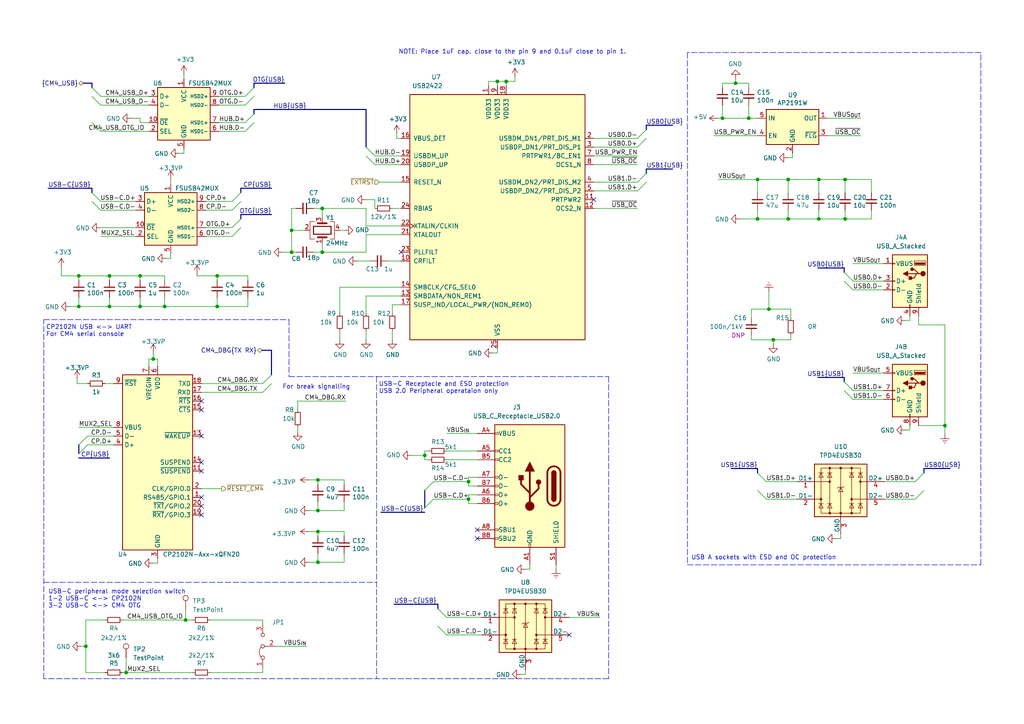
<source format=kicad_sch>
(kicad_sch (version 20210621) (generator eeschema)
  (paper "A4")
  (title_block (title "USB 2.0 host/USB 2.0 device") (date "2021-01-12") (rev "0.1") (company "Nabu Casa") (comment 1 "www.nabucasa.com") (comment 2 "Amber"))
  (bus_alias "USB" (members "D+" "D-"))
  (bus_alias "CM4_USB" (members "CM4_USB_D+" "CM4_USB_D-" "CM4_USB_OTG_ID"))
  (bus_alias "I2C" (members "SDA" "SCL"))
  (junction (at 22.86 80.01) (diameter 0.9144))
  (junction (at 22.86 88.9) (diameter 0.9144))
  (junction (at 24.892 187.452) (diameter 0.9144))
  (junction (at 31.75 80.01) (diameter 0.9144))
  (junction (at 31.75 88.9) (diameter 0.9144))
  (junction (at 36.576 195.072) (diameter 0.9144))
  (junction (at 40.64 80.01) (diameter 0.9144))
  (junction (at 40.64 88.9) (diameter 0.9144))
  (junction (at 44.45 104.14) (diameter 0.9144))
  (junction (at 47.752 88.9) (diameter 0.9144))
  (junction (at 53.848 179.832) (diameter 0.9144))
  (junction (at 62.992 80.01) (diameter 0.9144))
  (junction (at 62.992 88.9) (diameter 0.9144))
  (junction (at 84.582 66.802) (diameter 0.9144))
  (junction (at 84.582 73.152) (diameter 0.9144))
  (junction (at 92.202 139.192) (diameter 0.9144))
  (junction (at 92.202 148.082) (diameter 0.9144))
  (junction (at 92.202 154.178) (diameter 0.9144))
  (junction (at 92.202 163.068) (diameter 0.9144))
  (junction (at 93.472 60.452) (diameter 0.9144))
  (junction (at 93.472 73.152) (diameter 0.9144))
  (junction (at 123.19 132.08) (diameter 0.9144))
  (junction (at 135.89 139.7) (diameter 0.9144))
  (junction (at 135.89 144.78) (diameter 0.9144))
  (junction (at 144.272 23.622) (diameter 0.9144))
  (junction (at 146.812 23.622) (diameter 0.9144))
  (junction (at 209.55 34.29) (diameter 0.9144))
  (junction (at 213.36 24.13) (diameter 0.9144))
  (junction (at 217.17 34.29) (diameter 0.9144))
  (junction (at 219.71 52.07) (diameter 0.9144))
  (junction (at 219.71 63.5) (diameter 0.9144))
  (junction (at 223.012 89.662) (diameter 0.9144))
  (junction (at 224.282 98.552) (diameter 0.9144))
  (junction (at 228.6 52.07) (diameter 0.9144))
  (junction (at 228.6 63.5) (diameter 0.9144))
  (junction (at 237.49 52.07) (diameter 0.9144))
  (junction (at 237.49 63.5) (diameter 0.9144))
  (junction (at 245.11 52.07) (diameter 0.9144))
  (junction (at 245.11 63.5) (diameter 0.9144))
  (junction (at 274.066 123.444) (diameter 0.9144))
  (no_connect (at 58.42 116.332))
  (no_connect (at 58.42 118.872))
  (no_connect (at 58.42 126.492))
  (no_connect (at 58.42 134.112))
  (no_connect (at 58.42 136.652))
  (no_connect (at 58.42 144.272))
  (no_connect (at 58.42 146.812))
  (no_connect (at 58.42 149.352))
  (no_connect (at 116.332 73.152))
  (no_connect (at 138.43 153.67))
  (no_connect (at 138.43 156.21))
  (no_connect (at 165.1 184.15))
  (no_connect (at 172.212 57.912))
  (bus_entry (at 22.86 129.032) (size 2.54 -2.54) (stroke (width 0.1524)))
  (bus_entry (at 22.86 131.572) (size 2.54 -2.54) (stroke (width 0.1524)))
  (bus_entry (at 26.67 25.4) (size 2.54 2.54) (stroke (width 0.1524)))
  (bus_entry (at 26.67 27.94) (size 2.54 2.54) (stroke (width 0.1524)))
  (bus_entry (at 26.67 35.56) (size 2.54 2.54) (stroke (width 0.1524)))
  (bus_entry (at 26.67 55.88) (size 2.54 2.54) (stroke (width 0.1524)))
  (bus_entry (at 26.67 58.42) (size 2.54 2.54) (stroke (width 0.1524)))
  (bus_entry (at 69.85 55.88) (size -2.54 2.54) (stroke (width 0.1524)))
  (bus_entry (at 69.85 58.42) (size -2.54 2.54) (stroke (width 0.1524)))
  (bus_entry (at 69.85 63.5) (size -2.54 2.54) (stroke (width 0.1524)))
  (bus_entry (at 69.85 66.04) (size -2.54 2.54) (stroke (width 0.1524)))
  (bus_entry (at 73.66 25.4) (size -2.54 2.54) (stroke (width 0.1524)))
  (bus_entry (at 73.66 27.94) (size -2.54 2.54) (stroke (width 0.1524)))
  (bus_entry (at 73.66 33.02) (size -2.54 2.54) (stroke (width 0.1524)))
  (bus_entry (at 73.66 35.56) (size -2.54 2.54) (stroke (width 0.1524)))
  (bus_entry (at 76.2 111.252) (size 2.54 -2.54) (stroke (width 0.1524)))
  (bus_entry (at 76.2 113.792) (size 2.54 -2.54) (stroke (width 0.1524)))
  (bus_entry (at 106.172 42.672) (size 2.54 2.54) (stroke (width 0.1524)))
  (bus_entry (at 106.172 45.212) (size 2.54 2.54) (stroke (width 0.1524)))
  (bus_entry (at 123.19 142.24) (size 2.54 -2.54) (stroke (width 0.1524)))
  (bus_entry (at 123.19 147.32) (size 2.54 -2.54) (stroke (width 0.1524)))
  (bus_entry (at 127 176.53) (size 2.54 2.54) (stroke (width 0.1524)))
  (bus_entry (at 127 181.61) (size 2.54 2.54) (stroke (width 0.1524)))
  (bus_entry (at 184.912 40.132) (size 2.54 -2.54) (stroke (width 0.1524)))
  (bus_entry (at 184.912 42.672) (size 2.54 -2.54) (stroke (width 0.1524)))
  (bus_entry (at 184.912 52.832) (size 2.54 -2.54) (stroke (width 0.1524)))
  (bus_entry (at 184.912 55.372) (size 2.54 -2.54) (stroke (width 0.1524)))
  (bus_entry (at 222.25 139.7) (size -2.54 -2.54) (stroke (width 0.1524)))
  (bus_entry (at 222.25 144.78) (size -2.54 -2.54) (stroke (width 0.1524)))
  (bus_entry (at 247.396 81.534) (size -2.54 -2.54) (stroke (width 0.1524)))
  (bus_entry (at 247.396 84.074) (size -2.54 -2.54) (stroke (width 0.1524)))
  (bus_entry (at 247.396 113.284) (size -2.54 -2.54) (stroke (width 0.1524)))
  (bus_entry (at 247.396 115.824) (size -2.54 -2.54) (stroke (width 0.1524)))
  (bus_entry (at 265.43 139.7) (size 2.54 -2.54) (stroke (width 0.1524)))
  (bus_entry (at 265.43 144.78) (size 2.54 -2.54) (stroke (width 0.1524)))
  (wire (pts (xy 17.78 80.01) (xy 17.78 77.47)))
  (wire (pts (xy 17.78 80.01) (xy 22.86 80.01)))
  (wire (pts (xy 20.32 88.9) (xy 22.86 88.9)))
  (wire (pts (xy 22.352 111.252) (xy 22.352 109.982)))
  (wire (pts (xy 22.86 80.01) (xy 22.86 81.28)))
  (wire (pts (xy 22.86 80.01) (xy 31.75 80.01)))
  (wire (pts (xy 22.86 86.36) (xy 22.86 88.9)))
  (wire (pts (xy 22.86 88.9) (xy 31.75 88.9)))
  (wire (pts (xy 22.86 123.952) (xy 33.02 123.952)))
  (wire (pts (xy 23.622 187.452) (xy 24.892 187.452)))
  (wire (pts (xy 24.892 179.832) (xy 30.48 179.832)))
  (wire (pts (xy 24.892 187.452) (xy 24.892 179.832)))
  (wire (pts (xy 24.892 195.072) (xy 24.892 187.452)))
  (wire (pts (xy 25.4 111.252) (xy 22.352 111.252)))
  (wire (pts (xy 29.21 27.94) (xy 43.18 27.94)))
  (wire (pts (xy 29.21 30.48) (xy 43.18 30.48)))
  (wire (pts (xy 29.21 38.1) (xy 43.18 38.1)))
  (wire (pts (xy 29.21 66.04) (xy 39.37 66.04)))
  (wire (pts (xy 29.21 68.58) (xy 39.37 68.58)))
  (wire (pts (xy 30.48 111.252) (xy 33.02 111.252)))
  (wire (pts (xy 30.48 195.072) (xy 24.892 195.072)))
  (wire (pts (xy 31.75 80.01) (xy 31.75 81.28)))
  (wire (pts (xy 31.75 86.36) (xy 31.75 88.9)))
  (wire (pts (xy 31.75 88.9) (xy 40.64 88.9)))
  (wire (pts (xy 33.02 126.492) (xy 25.4 126.492)))
  (wire (pts (xy 33.02 129.032) (xy 25.4 129.032)))
  (wire (pts (xy 35.56 179.832) (xy 53.848 179.832)))
  (wire (pts (xy 35.56 195.072) (xy 36.576 195.072)))
  (wire (pts (xy 36.576 190.754) (xy 36.576 195.072)))
  (wire (pts (xy 36.576 195.072) (xy 55.88 195.072)))
  (wire (pts (xy 39.37 58.42) (xy 29.21 58.42)))
  (wire (pts (xy 39.37 60.96) (xy 29.21 60.96)))
  (wire (pts (xy 40.64 34.29) (xy 38.1 34.29)))
  (wire (pts (xy 40.64 35.56) (xy 40.64 34.29)))
  (wire (pts (xy 40.64 80.01) (xy 31.75 80.01)))
  (wire (pts (xy 40.64 80.01) (xy 40.64 81.28)))
  (wire (pts (xy 40.64 86.36) (xy 40.64 88.9)))
  (wire (pts (xy 40.64 88.9) (xy 47.752 88.9)))
  (wire (pts (xy 43.18 35.56) (xy 40.64 35.56)))
  (wire (pts (xy 43.18 104.14) (xy 44.45 104.14)))
  (wire (pts (xy 43.18 106.172) (xy 43.18 104.14)))
  (wire (pts (xy 44.45 102.362) (xy 44.45 104.14)))
  (wire (pts (xy 44.45 163.322) (xy 45.72 163.322)))
  (wire (pts (xy 45.72 104.14) (xy 44.45 104.14)))
  (wire (pts (xy 45.72 106.172) (xy 45.72 104.14)))
  (wire (pts (xy 45.72 163.322) (xy 45.72 162.052)))
  (wire (pts (xy 47.752 80.01) (xy 40.64 80.01)))
  (wire (pts (xy 47.752 81.28) (xy 47.752 80.01)))
  (wire (pts (xy 47.752 86.36) (xy 47.752 88.9)))
  (wire (pts (xy 47.752 88.9) (xy 62.992 88.9)))
  (wire (pts (xy 48.26 74.93) (xy 49.53 74.93)))
  (wire (pts (xy 49.53 52.07) (xy 49.53 53.34)))
  (wire (pts (xy 49.53 74.93) (xy 49.53 73.66)))
  (wire (pts (xy 52.07 44.45) (xy 53.34 44.45)))
  (wire (pts (xy 53.34 21.59) (xy 53.34 22.86)))
  (wire (pts (xy 53.34 44.45) (xy 53.34 43.18)))
  (wire (pts (xy 53.848 176.784) (xy 53.848 179.832)))
  (wire (pts (xy 53.848 179.832) (xy 55.88 179.832)))
  (wire (pts (xy 57.15 79.502) (xy 57.15 80.01)))
  (wire (pts (xy 57.15 80.01) (xy 62.992 80.01)))
  (wire (pts (xy 58.42 111.252) (xy 76.2 111.252)))
  (wire (pts (xy 58.42 113.792) (xy 76.2 113.792)))
  (wire (pts (xy 58.42 141.732) (xy 64.262 141.732)))
  (wire (pts (xy 59.69 58.42) (xy 67.31 58.42)))
  (wire (pts (xy 59.69 60.96) (xy 67.31 60.96)))
  (wire (pts (xy 59.69 66.04) (xy 67.31 66.04)))
  (wire (pts (xy 59.69 68.58) (xy 67.31 68.58)))
  (wire (pts (xy 60.96 195.072) (xy 76.2 195.072)))
  (wire (pts (xy 62.992 80.01) (xy 62.992 81.28)))
  (wire (pts (xy 62.992 80.01) (xy 71.882 80.01)))
  (wire (pts (xy 62.992 86.36) (xy 62.992 88.9)))
  (wire (pts (xy 62.992 88.9) (xy 71.882 88.9)))
  (wire (pts (xy 63.5 27.94) (xy 71.12 27.94)))
  (wire (pts (xy 63.5 30.48) (xy 71.12 30.48)))
  (wire (pts (xy 63.5 35.56) (xy 71.12 35.56)))
  (wire (pts (xy 63.5 38.1) (xy 71.12 38.1)))
  (wire (pts (xy 71.882 80.01) (xy 71.882 81.28)))
  (wire (pts (xy 71.882 88.9) (xy 71.882 86.36)))
  (wire (pts (xy 76.2 179.832) (xy 60.96 179.832)))
  (wire (pts (xy 76.2 181.102) (xy 76.2 179.832)))
  (wire (pts (xy 76.2 195.072) (xy 76.2 193.802)))
  (wire (pts (xy 82.042 73.152) (xy 84.582 73.152)))
  (wire (pts (xy 84.582 60.452) (xy 84.582 66.802)))
  (wire (pts (xy 84.582 66.802) (xy 84.582 73.152)))
  (wire (pts (xy 84.582 66.802) (xy 88.392 66.802)))
  (wire (pts (xy 84.582 73.152) (xy 85.852 73.152)))
  (wire (pts (xy 85.852 60.452) (xy 84.582 60.452)))
  (wire (pts (xy 86.36 116.332) (xy 86.36 118.872)))
  (wire (pts (xy 86.36 116.332) (xy 100.33 116.332)))
  (wire (pts (xy 86.36 123.952) (xy 86.36 125.222)))
  (wire (pts (xy 88.9 187.452) (xy 80.01 187.452)))
  (wire (pts (xy 89.662 139.192) (xy 92.202 139.192)))
  (wire (pts (xy 89.662 148.082) (xy 92.202 148.082)))
  (wire (pts (xy 89.662 154.178) (xy 92.202 154.178)))
  (wire (pts (xy 89.662 163.068) (xy 92.202 163.068)))
  (wire (pts (xy 90.932 60.452) (xy 93.472 60.452)))
  (wire (pts (xy 90.932 73.152) (xy 93.472 73.152)))
  (wire (pts (xy 92.202 139.192) (xy 92.202 140.462)))
  (wire (pts (xy 92.202 145.542) (xy 92.202 148.082)))
  (wire (pts (xy 92.202 148.082) (xy 99.822 148.082)))
  (wire (pts (xy 92.202 154.178) (xy 92.202 155.448)))
  (wire (pts (xy 92.202 160.528) (xy 92.202 163.068)))
  (wire (pts (xy 92.202 163.068) (xy 99.822 163.068)))
  (wire (pts (xy 93.472 60.452) (xy 93.472 62.992)))
  (wire (pts (xy 93.472 60.452) (xy 106.172 60.452)))
  (wire (pts (xy 93.472 70.612) (xy 93.472 73.152)))
  (wire (pts (xy 93.472 73.152) (xy 106.172 73.152)))
  (wire (pts (xy 98.552 66.802) (xy 99.822 66.802)))
  (wire (pts (xy 98.552 83.312) (xy 98.552 90.932)))
  (wire (pts (xy 98.552 96.012) (xy 98.552 98.552)))
  (wire (pts (xy 99.822 139.192) (xy 92.202 139.192)))
  (wire (pts (xy 99.822 140.462) (xy 99.822 139.192)))
  (wire (pts (xy 99.822 145.542) (xy 99.822 148.082)))
  (wire (pts (xy 99.822 154.178) (xy 92.202 154.178)))
  (wire (pts (xy 99.822 155.448) (xy 99.822 154.178)))
  (wire (pts (xy 99.822 160.528) (xy 99.822 163.068)))
  (wire (pts (xy 103.632 75.692) (xy 107.442 75.692)))
  (wire (pts (xy 106.172 65.532) (xy 106.172 60.452)))
  (wire (pts (xy 106.172 68.072) (xy 106.172 73.152)))
  (wire (pts (xy 106.172 85.852) (xy 106.172 90.932)))
  (wire (pts (xy 106.172 85.852) (xy 116.332 85.852)))
  (wire (pts (xy 106.172 96.012) (xy 106.172 98.552)))
  (wire (pts (xy 108.712 45.212) (xy 116.332 45.212)))
  (wire (pts (xy 108.712 47.752) (xy 116.332 47.752)))
  (wire (pts (xy 108.712 57.912) (xy 106.172 57.912)))
  (wire (pts (xy 108.712 60.452) (xy 108.712 57.912)))
  (wire (pts (xy 109.982 52.832) (xy 116.332 52.832)))
  (wire (pts (xy 112.522 75.692) (xy 116.332 75.692)))
  (wire (pts (xy 113.792 60.452) (xy 116.332 60.452)))
  (wire (pts (xy 113.792 88.392) (xy 113.792 90.932)))
  (wire (pts (xy 113.792 96.012) (xy 113.792 98.552)))
  (wire (pts (xy 115.062 38.862) (xy 115.062 40.132)))
  (wire (pts (xy 116.332 40.132) (xy 115.062 40.132)))
  (wire (pts (xy 116.332 65.532) (xy 106.172 65.532)))
  (wire (pts (xy 116.332 68.072) (xy 106.172 68.072)))
  (wire (pts (xy 116.332 83.312) (xy 98.552 83.312)))
  (wire (pts (xy 116.332 88.392) (xy 113.792 88.392)))
  (wire (pts (xy 119.38 132.08) (xy 123.19 132.08)))
  (wire (pts (xy 123.19 130.81) (xy 123.19 132.08)))
  (wire (pts (xy 123.19 132.08) (xy 123.19 133.35)))
  (wire (pts (xy 123.19 133.35) (xy 124.46 133.35)))
  (wire (pts (xy 124.46 130.81) (xy 123.19 130.81)))
  (wire (pts (xy 125.73 139.7) (xy 135.89 139.7)))
  (wire (pts (xy 125.73 144.78) (xy 135.89 144.78)))
  (wire (pts (xy 129.54 125.73) (xy 138.43 125.73)))
  (wire (pts (xy 129.54 130.81) (xy 138.43 130.81)))
  (wire (pts (xy 129.54 133.35) (xy 138.43 133.35)))
  (wire (pts (xy 129.54 179.07) (xy 139.7 179.07)))
  (wire (pts (xy 129.54 184.15) (xy 139.7 184.15)))
  (wire (pts (xy 135.89 139.7) (xy 135.89 138.43)))
  (wire (pts (xy 135.89 140.97) (xy 135.89 139.7)))
  (wire (pts (xy 135.89 140.97) (xy 138.43 140.97)))
  (wire (pts (xy 135.89 144.78) (xy 135.89 143.51)))
  (wire (pts (xy 135.89 146.05) (xy 135.89 144.78)))
  (wire (pts (xy 135.89 146.05) (xy 138.43 146.05)))
  (wire (pts (xy 138.43 138.43) (xy 135.89 138.43)))
  (wire (pts (xy 138.43 143.51) (xy 135.89 143.51)))
  (wire (pts (xy 141.732 23.622) (xy 144.272 23.622)))
  (wire (pts (xy 141.732 24.892) (xy 141.732 23.622)))
  (wire (pts (xy 143.002 102.362) (xy 144.272 102.362)))
  (wire (pts (xy 144.272 23.622) (xy 144.272 24.892)))
  (wire (pts (xy 144.272 23.622) (xy 146.812 23.622)))
  (wire (pts (xy 144.272 102.362) (xy 144.272 101.092)))
  (wire (pts (xy 146.812 23.622) (xy 146.812 24.892)))
  (wire (pts (xy 146.812 23.622) (xy 149.352 23.622)))
  (wire (pts (xy 149.352 22.352) (xy 149.352 23.622)))
  (wire (pts (xy 151.13 195.58) (xy 152.4 195.58)))
  (wire (pts (xy 152.4 165.1) (xy 153.67 165.1)))
  (wire (pts (xy 152.4 195.58) (xy 152.4 194.31)))
  (wire (pts (xy 153.67 165.1) (xy 153.67 163.83)))
  (wire (pts (xy 161.29 163.83) (xy 161.29 165.1)))
  (wire (pts (xy 172.212 40.132) (xy 184.912 40.132)))
  (wire (pts (xy 172.212 42.672) (xy 184.912 42.672)))
  (wire (pts (xy 172.212 45.212) (xy 184.912 45.212)))
  (wire (pts (xy 172.212 47.752) (xy 184.912 47.752)))
  (wire (pts (xy 172.212 52.832) (xy 184.912 52.832)))
  (wire (pts (xy 172.212 55.372) (xy 184.912 55.372)))
  (wire (pts (xy 172.212 60.452) (xy 184.912 60.452)))
  (wire (pts (xy 173.99 179.07) (xy 165.1 179.07)))
  (wire (pts (xy 208.28 34.29) (xy 209.55 34.29)))
  (wire (pts (xy 208.28 52.07) (xy 219.71 52.07)))
  (wire (pts (xy 209.55 24.13) (xy 209.55 25.4)))
  (wire (pts (xy 209.55 30.48) (xy 209.55 34.29)))
  (wire (pts (xy 209.55 34.29) (xy 217.17 34.29)))
  (wire (pts (xy 213.36 22.86) (xy 213.36 24.13)))
  (wire (pts (xy 213.36 24.13) (xy 209.55 24.13)))
  (wire (pts (xy 214.63 63.5) (xy 219.71 63.5)))
  (wire (pts (xy 217.17 24.13) (xy 213.36 24.13)))
  (wire (pts (xy 217.17 25.4) (xy 217.17 24.13)))
  (wire (pts (xy 217.17 30.48) (xy 217.17 34.29)))
  (wire (pts (xy 217.17 34.29) (xy 219.71 34.29)))
  (wire (pts (xy 217.932 89.662) (xy 217.932 92.202)))
  (wire (pts (xy 217.932 97.282) (xy 217.932 98.552)))
  (wire (pts (xy 217.932 98.552) (xy 224.282 98.552)))
  (wire (pts (xy 219.71 39.37) (xy 207.01 39.37)))
  (wire (pts (xy 219.71 52.07) (xy 219.71 55.88)))
  (wire (pts (xy 219.71 52.07) (xy 228.6 52.07)))
  (wire (pts (xy 219.71 60.96) (xy 219.71 63.5)))
  (wire (pts (xy 219.71 63.5) (xy 228.6 63.5)))
  (wire (pts (xy 222.25 139.7) (xy 231.14 139.7)))
  (wire (pts (xy 222.25 144.78) (xy 231.14 144.78)))
  (wire (pts (xy 223.012 84.582) (xy 223.012 89.662)))
  (wire (pts (xy 223.012 89.662) (xy 217.932 89.662)))
  (wire (pts (xy 224.282 98.552) (xy 224.282 99.822)))
  (wire (pts (xy 224.282 98.552) (xy 229.362 98.552)))
  (wire (pts (xy 228.6 45.72) (xy 229.87 45.72)))
  (wire (pts (xy 228.6 52.07) (xy 228.6 55.88)))
  (wire (pts (xy 228.6 52.07) (xy 237.49 52.07)))
  (wire (pts (xy 228.6 60.96) (xy 228.6 63.5)))
  (wire (pts (xy 228.6 63.5) (xy 237.49 63.5)))
  (wire (pts (xy 229.362 89.662) (xy 223.012 89.662)))
  (wire (pts (xy 229.362 92.202) (xy 229.362 89.662)))
  (wire (pts (xy 229.362 98.552) (xy 229.362 97.282)))
  (wire (pts (xy 229.87 45.72) (xy 229.87 44.45)))
  (wire (pts (xy 237.49 52.07) (xy 237.49 55.88)))
  (wire (pts (xy 237.49 52.07) (xy 245.11 52.07)))
  (wire (pts (xy 237.49 60.96) (xy 237.49 63.5)))
  (wire (pts (xy 237.49 63.5) (xy 245.11 63.5)))
  (wire (pts (xy 240.03 34.29) (xy 249.682 34.29)))
  (wire (pts (xy 240.03 39.37) (xy 249.682 39.37)))
  (wire (pts (xy 242.57 156.21) (xy 243.84 156.21)))
  (wire (pts (xy 243.84 156.21) (xy 243.84 154.94)))
  (wire (pts (xy 245.11 52.07) (xy 245.11 55.88)))
  (wire (pts (xy 245.11 60.96) (xy 245.11 63.5)))
  (wire (pts (xy 245.11 63.5) (xy 252.73 63.5)))
  (wire (pts (xy 247.396 76.454) (xy 256.286 76.454)))
  (wire (pts (xy 247.396 81.534) (xy 256.286 81.534)))
  (wire (pts (xy 247.396 84.074) (xy 256.286 84.074)))
  (wire (pts (xy 247.396 108.204) (xy 256.286 108.204)))
  (wire (pts (xy 247.396 113.284) (xy 256.286 113.284)))
  (wire (pts (xy 247.396 115.824) (xy 256.286 115.824)))
  (wire (pts (xy 252.73 52.07) (xy 245.11 52.07)))
  (wire (pts (xy 252.73 55.88) (xy 252.73 52.07)))
  (wire (pts (xy 252.73 63.5) (xy 252.73 60.96)))
  (wire (pts (xy 262.636 92.964) (xy 263.906 92.964)))
  (wire (pts (xy 262.636 124.714) (xy 263.906 124.714)))
  (wire (pts (xy 263.906 92.964) (xy 263.906 91.694)))
  (wire (pts (xy 263.906 124.714) (xy 263.906 123.444)))
  (wire (pts (xy 265.43 139.7) (xy 256.54 139.7)))
  (wire (pts (xy 265.43 144.78) (xy 256.54 144.78)))
  (wire (pts (xy 266.446 91.694) (xy 266.446 94.234)))
  (wire (pts (xy 266.446 94.234) (xy 274.066 94.234)))
  (wire (pts (xy 266.446 123.444) (xy 274.066 123.444)))
  (wire (pts (xy 274.066 94.234) (xy 274.066 123.444)))
  (wire (pts (xy 274.066 123.444) (xy 274.066 125.984)))
  (bus (pts (xy 22.86 129.032) (xy 22.86 132.842)))
  (bus (pts (xy 22.86 132.842) (xy 31.75 132.842)))
  (bus (pts (xy 24.13 24.13) (xy 26.67 24.13)))
  (bus (pts (xy 26.67 24.13) (xy 26.67 35.56)))
  (bus (pts (xy 26.67 54.61) (xy 13.97 54.61)))
  (bus (pts (xy 26.67 54.61) (xy 26.67 58.42)))
  (bus (pts (xy 69.85 54.61) (xy 69.85 58.42)))
  (bus (pts (xy 69.85 54.61) (xy 78.74 54.61)))
  (bus (pts (xy 69.85 62.23) (xy 69.85 66.04)))
  (bus (pts (xy 69.85 62.23) (xy 78.74 62.23)))
  (bus (pts (xy 73.66 24.13) (xy 73.66 27.94)))
  (bus (pts (xy 73.66 24.13) (xy 82.55 24.13)))
  (bus (pts (xy 73.66 31.75) (xy 73.66 35.56)))
  (bus (pts (xy 73.66 31.75) (xy 106.172 31.75)))
  (bus (pts (xy 75.946 101.6) (xy 78.74 101.6)))
  (bus (pts (xy 78.74 101.6) (xy 78.74 111.252)))
  (bus (pts (xy 106.172 31.75) (xy 106.172 45.212)))
  (bus (pts (xy 123.19 142.24) (xy 123.19 148.59)))
  (bus (pts (xy 123.19 148.59) (xy 110.49 148.59)))
  (bus (pts (xy 127 175.26) (xy 114.3 175.26)))
  (bus (pts (xy 127 175.26) (xy 127 181.61)))
  (bus (pts (xy 187.452 36.322) (xy 187.452 40.132)))
  (bus (pts (xy 187.452 36.322) (xy 195.072 36.322)))
  (bus (pts (xy 187.452 49.022) (xy 187.452 52.832)))
  (bus (pts (xy 187.452 49.022) (xy 195.072 49.022)))
  (bus (pts (xy 219.71 135.89) (xy 212.09 135.89)))
  (bus (pts (xy 219.71 135.89) (xy 219.71 142.24)))
  (bus (pts (xy 244.856 77.724) (xy 237.236 77.724)))
  (bus (pts (xy 244.856 77.724) (xy 244.856 81.534)))
  (bus (pts (xy 244.856 109.474) (xy 237.236 109.474)))
  (bus (pts (xy 244.856 109.474) (xy 244.856 113.284)))
  (bus (pts (xy 267.97 135.89) (xy 267.97 142.24)))
  (bus (pts (xy 267.97 135.89) (xy 275.59 135.89)))
  (polyline (pts (xy 12.7 92.71) (xy 83.82 92.71)) (stroke (width 0) (type dash)))
  (polyline (pts (xy 12.7 168.91) (xy 109.22 168.91)) (stroke (width 0) (type dash)))
  (polyline (pts (xy 12.7 196.85) (xy 12.7 92.71)) (stroke (width 0) (type dash)))
  (polyline (pts (xy 83.82 92.71) (xy 83.82 109.22)) (stroke (width 0) (type dash)))
  (polyline (pts (xy 83.82 109.22) (xy 109.22 109.22)) (stroke (width 0) (type dash)))
  (polyline (pts (xy 88.9 196.85) (xy 12.7 196.85)) (stroke (width 0) (type dash)))
  (polyline (pts (xy 109.22 109.22) (xy 109.22 196.85)) (stroke (width 0) (type dash)))
  (polyline (pts (xy 109.22 109.22) (xy 176.53 109.22)) (stroke (width 0) (type dash)))
  (polyline (pts (xy 176.53 109.22) (xy 176.53 196.85)) (stroke (width 0) (type dash)))
  (polyline (pts (xy 176.53 196.85) (xy 88.9 196.85)) (stroke (width 0) (type dash)))
  (polyline (pts (xy 199.39 15.24) (xy 199.39 163.83)) (stroke (width 0) (type dash)))
  (polyline (pts (xy 199.39 163.83) (xy 284.48 163.83)) (stroke (width 0) (type dash)))
  (polyline (pts (xy 284.48 15.24) (xy 199.39 15.24)) (stroke (width 0) (type dash)))
  (polyline (pts (xy 284.48 163.83) (xy 284.48 15.24)) (stroke (width 0) (type dash)))
  (text "CP2102N USB <-> UART\nFor CM4 serial console" (at 13.335 97.79 0) (effects (font (size 1.27 1.27)) (justify left bottom)))
  (text "USB-C peripheral mode selection switch\n1-2 USB-C <-> CP2102N\n3-2 USB-C <-> CM4 OTG" (at 13.97 176.53 0) (effects (font (size 1.27 1.27)) (justify left bottom)))
  (text "For break signalling" (at 81.915 113.03 0) (effects (font (size 1.27 1.27)) (justify left bottom)))
  (text "USB-C Receptacle and ESD protection\nUSB 2.0 Peripheral operataion only" (at 109.855 114.3 0) (effects (font (size 1.27 1.27)) (justify left bottom)))
  (text "NOTE: Place 1uF cap. close to the pin 9 and 0.1uF close to pin 1." (at 115.57 15.875 0) (effects (font (size 1.27 1.27)) (justify left bottom)))
  (text "USB A sockets with ESD and OC protection" (at 242.57 162.56 180) (effects (font (size 1.27 1.27)) (justify right bottom)))
  (label "USB-C{USB}" (at 13.97 54.61 0))
  (label "MUX2_SEL" (at 22.86 123.952 0))
  (label "MUX2_SEL" (at 29.21 68.58 0))
  (label "CM4_USB_D+" (at 30.48 27.94 0))
  (label "CM4_USB_D-" (at 30.48 30.48 0))
  (label "CP{USB}" (at 31.75 132.842 180))
  (label "CP.D-" (at 32.512 126.492 180))
  (label "CP.D+" (at 32.512 129.032 180))
  (label "CM4_USB_OTG_ID" (at 36.83 179.832 0))
  (label "MUX2_SEL" (at 36.83 195.072 0))
  (label "USB-C.D+" (at 39.37 58.42 180))
  (label "USB-C.D-" (at 39.37 60.96 180))
  (label "CM4_USB_OTG_ID" (at 41.91 38.1 180))
  (label "CP.D+" (at 59.69 58.42 0))
  (label "CP.D-" (at 59.69 60.96 0))
  (label "OTG.D+" (at 59.69 66.04 0))
  (label "OTG.D-" (at 59.69 68.58 0))
  (label "CM4_DBG.RX" (at 62.992 111.252 0))
  (label "CM4_DBG.TX" (at 62.992 113.792 0))
  (label "OTG.D+" (at 63.5 27.94 0))
  (label "OTG.D-" (at 63.5 30.48 0))
  (label "HUB.D+" (at 63.5 35.56 0))
  (label "HUB.D-" (at 63.5 38.1 0))
  (label "CP{USB}" (at 78.74 54.61 180))
  (label "OTG{USB}" (at 78.74 62.23 180))
  (label "OTG{USB}" (at 82.55 24.13 180))
  (label "HUB{USB}" (at 88.9 31.75 180))
  (label "VBUS_{IN}" (at 88.9 187.452 180))
  (label "CM4_DBG.RX" (at 100.33 116.332 180))
  (label "HUB.D-" (at 108.712 45.212 0))
  (label "HUB.D+" (at 108.712 47.752 0))
  (label "USB-C{USB}" (at 110.49 148.59 0))
  (label "USB-C{USB}" (at 114.3 175.26 0))
  (label "USB-C.D-" (at 125.73 139.7 0))
  (label "USB-C.D+" (at 125.73 144.78 0))
  (label "VBUS_{IN}" (at 129.54 125.73 0))
  (label "USB-C.D+" (at 129.54 179.07 0))
  (label "USB-C.D-" (at 129.54 184.15 0))
  (label "VBUS_{IN}" (at 173.99 179.07 180))
  (label "USB0.D-" (at 184.912 40.132 180))
  (label "USB0.D+" (at 184.912 42.672 180))
  (label "USB_PWR_EN" (at 184.912 45.212 180))
  (label "~{USB_OC}" (at 184.912 47.752 180))
  (label "USB1.D-" (at 184.912 52.832 180))
  (label "USB1.D+" (at 184.912 55.372 180))
  (label "~{USB_OC}" (at 184.912 60.452 180))
  (label "USB0{USB}" (at 187.452 36.322 0))
  (label "USB1{USB}" (at 187.452 49.022 0))
  (label "USB_PWR_EN" (at 207.01 39.37 0))
  (label "VBUS_{OUT}" (at 208.28 52.07 0))
  (label "USB1{USB}" (at 219.71 135.89 180))
  (label "USB1.D+" (at 222.25 139.7 0))
  (label "USB1.D-" (at 222.25 144.78 0))
  (label "USB0{USB}" (at 244.856 77.724 180))
  (label "USB1{USB}" (at 244.856 109.474 180))
  (label "VBUS_{OUT}" (at 247.396 76.454 0))
  (label "USB0.D+" (at 247.396 81.534 0))
  (label "USB0.D-" (at 247.396 84.074 0))
  (label "VBUS_{OUT}" (at 247.396 108.204 0))
  (label "USB1.D+" (at 247.396 113.284 0))
  (label "USB1.D-" (at 247.396 115.824 0))
  (label "VBUS_{OUT}" (at 249.682 34.29 180))
  (label "~{USB_OC}" (at 249.682 39.37 180))
  (label "USB0.D+" (at 265.43 139.7 180))
  (label "USB0.D-" (at 265.43 144.78 180))
  (label "USB0{USB}" (at 267.97 135.89 0))
  (hierarchical_label "{CM4_USB}" (shape bidirectional) (at 24.13 24.13 180))
  (hierarchical_label "~{RESET_CM4}" (shape output) (at 64.262 141.732 0))
  (hierarchical_label "CM4_DBG{TX RX}" (shape bidirectional) (at 75.946 101.6 180))
  (hierarchical_label "~{EXTRST}" (shape input) (at 109.982 52.832 180))
  (symbol (lib_id "power:+3V3") (at 17.78 77.47 0) (unit 1)
    (property "Reference" "#PWR018" (effects hide))
    (property "Value" "+3V3" (at 18.1483 73.1456 0))
  )
  (symbol (lib_id "power:+3.3VP") (at 22.352 109.982 0) (unit 1)
    (property "Reference" "#PWR0190" (effects hide))
    (property "Value" "+3.3VP" (at 22.352 106.68 0))
  )
  (symbol (lib_id "power:+3.3VP") (at 44.45 102.362 0) (unit 1)
    (property "Reference" "#PWR0193" (effects hide))
    (property "Value" "+3.3VP" (at 44.45 99.06 0))
  )
  (symbol (lib_id "power:+3.3VP") (at 49.53 52.07 0) (unit 1)
    (property "Reference" "#PWR0194" (effects hide))
    (property "Value" "+3.3VP" (at 49.53 48.768 0))
  )
  (symbol (lib_id "power:+3V3") (at 53.34 21.59 0) (unit 1)
    (property "Reference" "#PWR025" (effects hide))
    (property "Value" "+3V3" (at 53.7083 17.2656 0))
  )
  (symbol (lib_id "power:+3.3VP") (at 57.15 79.502 0) (unit 1)
    (property "Reference" "#PWR0195" (effects hide))
    (property "Value" "+3.3VP" (at 57.15 76.2 0))
  )
  (symbol (lib_id "power:+3.3VP") (at 89.662 139.192 90) (unit 1)
    (property "Reference" "#PWR0191" (effects hide))
    (property "Value" "+3.3VP" (at 85.852 139.8269 90) (effects (justify left)))
  )
  (symbol (lib_id "power:+3.3VP") (at 89.662 154.178 90) (unit 1)
    (property "Reference" "#PWR0192" (effects hide))
    (property "Value" "+3.3VP" (at 85.852 154.8129 90) (effects (justify left)))
  )
  (symbol (lib_id "power:+3V3") (at 115.062 38.862 0) (unit 1)
    (property "Reference" "#PWR038" (effects hide))
    (property "Value" "+3V3" (at 115.4303 34.5376 0))
  )
  (symbol (lib_id "power:+3V3") (at 149.352 22.352 0) (unit 1)
    (property "Reference" "#PWR041" (effects hide))
    (property "Value" "+3V3" (at 149.7203 18.0276 0))
  )
  (symbol (lib_id "power:+5V") (at 208.28 34.29 90) (unit 1)
    (property "Reference" "#PWR045" (effects hide))
    (property "Value" "+5V" (at 205.105 33.9217 90) (effects (justify left)))
  )
  (symbol (lib_id "Connector:TestPoint") (at 36.576 190.754 0) (unit 1)
    (property "Reference" "TP2" (at 38.608 188.2774 0) (effects (justify left)))
    (property "Value" "TestPoint" (at 38.608 190.8174 0) (effects (justify left)))
    (property "Footprint" "TestPoint:TestPoint_Pad_D1.0mm" (effects hide))
  )
  (symbol (lib_id "Connector:TestPoint") (at 53.848 176.784 0) (unit 1)
    (property "Reference" "TP3" (at 55.88 174.3074 0) (effects (justify left)))
    (property "Value" "TestPoint" (at 55.88 176.8474 0) (effects (justify left)))
    (property "Footprint" "TestPoint:TestPoint_Pad_D1.0mm" (effects hide))
  )
  (symbol (lib_id "power:GND") (at 20.32 88.9 270) (unit 1)
    (property "Reference" "#PWR019" (effects hide))
    (property "Value" "GND" (at 17.145 89.0143 90) (effects (justify right)))
  )
  (symbol (lib_id "power:GND") (at 23.622 187.452 270) (unit 1)
    (property "Reference" "#PWR020" (effects hide))
    (property "Value" "GND" (at 20.447 187.5663 90) (effects (justify right)))
  )
  (symbol (lib_id "power:GND") (at 29.21 66.04 270) (unit 1)
    (property "Reference" "#PWR021" (effects hide))
    (property "Value" "GND" (at 26.035 66.1543 90) (effects (justify right)))
  )
  (symbol (lib_id "power:GND") (at 38.1 34.29 270) (unit 1)
    (property "Reference" "#PWR022" (effects hide))
    (property "Value" "GND" (at 34.925 34.4043 90) (effects (justify right)))
  )
  (symbol (lib_id "power:GND") (at 44.45 163.322 270) (unit 1)
    (property "Reference" "#PWR023" (effects hide))
    (property "Value" "GND" (at 41.275 163.4363 90) (effects (justify right)))
  )
  (symbol (lib_id "power:GND") (at 48.26 74.93 270) (unit 1)
    (property "Reference" "#PWR024" (effects hide))
    (property "Value" "GND" (at 45.085 75.0443 90) (effects (justify right)))
  )
  (symbol (lib_id "power:GND") (at 52.07 44.45 270) (unit 1)
    (property "Reference" "#PWR026" (effects hide))
    (property "Value" "GND" (at 48.895 44.5643 90) (effects (justify right)))
  )
  (symbol (lib_id "power:GND") (at 82.042 73.152 270) (unit 1)
    (property "Reference" "#PWR028" (effects hide))
    (property "Value" "GND" (at 78.867 73.2663 90) (effects (justify right)))
  )
  (symbol (lib_id "power:GND") (at 86.36 125.222 0) (unit 1)
    (property "Reference" "#PWR029" (effects hide))
    (property "Value" "GND" (at 86.4743 129.5464 0))
  )
  (symbol (lib_id "power:GND") (at 89.662 148.082 270) (unit 1)
    (property "Reference" "#PWR030" (effects hide))
    (property "Value" "GND" (at 86.487 148.1963 90) (effects (justify right)))
  )
  (symbol (lib_id "power:GND") (at 89.662 163.068 270) (unit 1)
    (property "Reference" "#PWR031" (effects hide))
    (property "Value" "GND" (at 86.487 163.1823 90) (effects (justify right)))
  )
  (symbol (lib_id "power:GND") (at 98.552 98.552 0) (unit 1)
    (property "Reference" "#PWR032" (effects hide))
    (property "Value" "GND" (at 98.6663 102.8764 0))
  )
  (symbol (lib_id "power:GND") (at 99.822 66.802 90) (unit 1)
    (property "Reference" "#PWR033" (effects hide))
    (property "Value" "GND" (at 102.9971 66.6877 90) (effects (justify right)))
  )
  (symbol (lib_id "power:GND") (at 103.632 75.692 270) (unit 1)
    (property "Reference" "#PWR034" (effects hide))
    (property "Value" "GND" (at 100.457 75.8063 90) (effects (justify right)))
  )
  (symbol (lib_id "power:GND") (at 106.172 57.912 270) (unit 1)
    (property "Reference" "#PWR035" (effects hide))
    (property "Value" "GND" (at 102.997 58.0263 90) (effects (justify right)))
  )
  (symbol (lib_id "power:GND") (at 106.172 98.552 0) (unit 1)
    (property "Reference" "#PWR036" (effects hide))
    (property "Value" "GND" (at 106.2863 102.8764 0))
  )
  (symbol (lib_id "power:GND") (at 113.792 98.552 0) (unit 1)
    (property "Reference" "#PWR037" (effects hide))
    (property "Value" "GND" (at 113.9063 102.8764 0))
  )
  (symbol (lib_id "power:GND") (at 119.38 132.08 270) (mirror x) (unit 1)
    (property "Reference" "#PWR039" (effects hide))
    (property "Value" "GND" (at 116.205 131.9657 90) (effects (justify right)))
  )
  (symbol (lib_id "power:GND") (at 143.002 102.362 270) (unit 1)
    (property "Reference" "#PWR040" (effects hide))
    (property "Value" "GND" (at 139.827 102.4763 90) (effects (justify right)))
  )
  (symbol (lib_id "power:GND") (at 151.13 195.58 270) (unit 1)
    (property "Reference" "#PWR042" (effects hide))
    (property "Value" "GND" (at 147.955 195.6943 90) (effects (justify right)))
  )
  (symbol (lib_id "power:GND") (at 152.4 165.1 270) (unit 1)
    (property "Reference" "#PWR043" (effects hide))
    (property "Value" "GND" (at 149.225 165.2143 90) (effects (justify right)))
  )
  (symbol (lib_id "power:Earth") (at 161.29 165.1 0) (unit 1)
    (property "Reference" "#PWR044" (effects hide))
    (property "Value" "Earth" (effects hide))
  )
  (symbol (lib_id "power:GND") (at 213.36 22.86 180) (unit 1)
    (property "Reference" "#PWR046" (effects hide))
    (property "Value" "GND" (at 213.2457 18.5356 0))
  )
  (symbol (lib_id "power:GND") (at 214.63 63.5 270) (unit 1)
    (property "Reference" "#PWR047" (effects hide))
    (property "Value" "GND" (at 211.455 63.6143 90) (effects (justify right)))
  )
  (symbol (lib_id "power:Earth") (at 223.012 84.582 180) (unit 1)
    (property "Reference" "#PWR048" (effects hide))
    (property "Value" "Earth" (effects hide))
  )
  (symbol (lib_id "power:GND") (at 224.282 99.822 0) (unit 1)
    (property "Reference" "#PWR049" (effects hide))
    (property "Value" "GND" (at 224.3963 104.1464 0))
  )
  (symbol (lib_id "power:GND") (at 228.6 45.72 270) (unit 1)
    (property "Reference" "#PWR050" (effects hide))
    (property "Value" "GND" (at 225.425 45.8343 90) (effects (justify right)))
  )
  (symbol (lib_id "power:GND") (at 242.57 156.21 270) (unit 1)
    (property "Reference" "#PWR051" (effects hide))
    (property "Value" "GND" (at 239.395 156.3243 90) (effects (justify right)))
  )
  (symbol (lib_id "power:GND") (at 262.636 92.964 270) (unit 1)
    (property "Reference" "#PWR052" (effects hide))
    (property "Value" "GND" (at 259.461 93.0783 90) (effects (justify right)))
  )
  (symbol (lib_id "power:GND") (at 262.636 124.714 270) (unit 1)
    (property "Reference" "#PWR053" (effects hide))
    (property "Value" "GND" (at 259.461 124.8283 90) (effects (justify right)))
  )
  (symbol (lib_id "power:Earth") (at 274.066 125.984 0) (unit 1)
    (property "Reference" "#PWR054" (effects hide))
    (property "Value" "Earth" (effects hide))
  )
  (symbol (lib_id "Device:R_Small") (at 27.94 111.252 90) (unit 1)
    (property "Reference" "R3" (at 27.94 108.8452 90))
    (property "Value" "1k" (at 27.94 113.684 90))
    (property "Footprint" "Resistor_SMD:R_0402_1005Metric" (effects hide))
  )
  (symbol (lib_id "Device:R_Small") (at 33.02 179.832 270) (unit 1)
    (property "Reference" "R4" (at 33.02 182.2388 90))
    (property "Value" "2k2/1%" (at 33.02 185.02 90))
    (property "Footprint" "Resistor_SMD:R_0402_1005Metric" (effects hide))
  )
  (symbol (lib_id "Device:R_Small") (at 33.02 195.072 270) (unit 1)
    (property "Reference" "R5" (at 33.02 192.3988 90))
    (property "Value" "3k6" (at 33.02 190.1 90))
    (property "Footprint" "Resistor_SMD:R_0402_1005Metric" (effects hide))
  )
  (symbol (lib_id "Device:R_Small") (at 58.42 179.832 270) (unit 1)
    (property "Reference" "R6" (at 58.42 182.2388 90))
    (property "Value" "2k2/1%" (at 58.42 185.02 90))
    (property "Footprint" "Resistor_SMD:R_0402_1005Metric" (effects hide))
  )
  (symbol (lib_id "Device:R_Small") (at 58.42 195.072 270) (unit 1)
    (property "Reference" "R7" (at 58.42 192.3988 90))
    (property "Value" "2k2/1%" (at 58.42 190.1 90))
    (property "Footprint" "Resistor_SMD:R_0402_1005Metric" (effects hide))
  )
  (symbol (lib_id "Device:R_Small") (at 86.36 121.412 180) (unit 1)
    (property "Reference" "R8" (at 83.9532 118.872 0))
    (property "Value" "10k" (at 83.712 121.412 0))
    (property "Footprint" "Resistor_SMD:R_0402_1005Metric" (effects hide))
  )
  (symbol (lib_id "Device:R_Small") (at 98.552 93.472 180) (unit 1)
    (property "Reference" "R9" (at 96.1452 90.932 0))
    (property "Value" "10k" (at 94.634 93.472 0))
    (property "Footprint" "Resistor_SMD:R_0402_1005Metric" (effects hide))
  )
  (symbol (lib_id "Device:R_Small") (at 106.172 93.472 180) (unit 1)
    (property "Reference" "R10" (at 103.7652 90.932 0))
    (property "Value" "10k" (at 102.254 93.472 0))
    (property "Footprint" "Resistor_SMD:R_0402_1005Metric" (effects hide))
  )
  (symbol (lib_id "Device:R_Small") (at 111.252 60.452 90) (unit 1)
    (property "Reference" "R11" (at 111.252 58.0452 90))
    (property "Value" "12k/1%" (at 111.252 62.884 90))
    (property "Footprint" "Resistor_SMD:R_0402_1005Metric" (effects hide))
  )
  (symbol (lib_id "Device:R_Small") (at 113.792 93.472 180) (unit 1)
    (property "Reference" "R12" (at 111.3852 90.932 0))
    (property "Value" "10k" (at 109.874 93.472 0))
    (property "Footprint" "Resistor_SMD:R_0402_1005Metric" (effects hide))
  )
  (symbol (lib_id "Device:R_Small") (at 127 130.81 90) (mirror x) (unit 1)
    (property "Reference" "R13" (at 127 128.1368 90))
    (property "Value" "5k1" (at 130.81 129.648 90))
    (property "Footprint" "Resistor_SMD:R_0402_1005Metric" (effects hide))
  )
  (symbol (lib_id "Device:R_Small") (at 127 133.35 90) (mirror x) (unit 1)
    (property "Reference" "R14" (at 127 135.7568 90))
    (property "Value" "5k1" (at 130.81 134.728 90))
    (property "Footprint" "Resistor_SMD:R_0402_1005Metric" (effects hide))
  )
  (symbol (lib_id "Device:R_Small") (at 229.362 94.742 180) (unit 1)
    (property "Reference" "R15" (at 226.9552 92.202 0))
    (property "Value" "0R" (at 235.604 94.742 0))
    (property "Footprint" "Resistor_SMD:R_1206_3216Metric" (effects hide))
  )
  (symbol (lib_id "Device:C_Small") (at 22.86 83.82 0) (unit 1)
    (property "Reference" "C1" (at 25.1842 82.6706 0) (effects (justify left)))
    (property "Value" "100n" (at 25.184 84.969 0) (effects (justify left)))
    (property "Footprint" "Capacitor_SMD:C_0402_1005Metric" (effects hide))
  )
  (symbol (lib_id "Device:C_Small") (at 31.75 83.82 0) (unit 1)
    (property "Reference" "C3" (at 34.0742 82.6706 0) (effects (justify left)))
    (property "Value" "100n" (at 34.074 84.969 0) (effects (justify left)))
    (property "Footprint" "Capacitor_SMD:C_0402_1005Metric" (effects hide))
  )
  (symbol (lib_id "Device:C_Small") (at 40.64 83.82 0) (unit 1)
    (property "Reference" "C5" (at 42.9642 82.6706 0) (effects (justify left)))
    (property "Value" "1u" (at 42.964 84.969 0) (effects (justify left)))
    (property "Footprint" "Capacitor_SMD:C_0402_1005Metric" (effects hide))
  )
  (symbol (lib_id "Device:C_Small") (at 47.752 83.82 0) (unit 1)
    (property "Reference" "C2" (at 50.0762 82.6706 0) (effects (justify left)))
    (property "Value" "100n" (at 50.076 84.969 0) (effects (justify left)))
    (property "Footprint" "Capacitor_SMD:C_0402_1005Metric" (effects hide))
  )
  (symbol (lib_id "Device:C_Small") (at 62.992 83.82 0) (unit 1)
    (property "Reference" "C4" (at 65.3162 82.6706 0) (effects (justify left)))
    (property "Value" "100n" (at 65.316 84.969 0) (effects (justify left)))
    (property "Footprint" "Capacitor_SMD:C_0402_1005Metric" (effects hide))
  )
  (symbol (lib_id "Device:C_Small") (at 71.882 83.82 0) (unit 1)
    (property "Reference" "C6" (at 74.2062 82.6706 0) (effects (justify left)))
    (property "Value" "1u" (at 74.206 84.969 0) (effects (justify left)))
    (property "Footprint" "Capacitor_SMD:C_0402_1005Metric" (effects hide))
  )
  (symbol (lib_id "Device:C_Small") (at 88.392 60.452 270) (unit 1)
    (property "Reference" "C7" (at 90.932 55.9497 90))
    (property "Value" "18p" (at 90.932 58.248 90))
    (property "Footprint" "Capacitor_SMD:C_0402_1005Metric" (effects hide))
  )
  (symbol (lib_id "Device:C_Small") (at 88.392 73.152 270) (unit 1)
    (property "Reference" "C8" (at 85.852 74.9997 90))
    (property "Value" "18p" (at 90.932 74.758 90))
    (property "Footprint" "Capacitor_SMD:C_0402_1005Metric" (effects hide))
  )
  (symbol (lib_id "Device:C_Small") (at 92.202 143.002 0) (unit 1)
    (property "Reference" "C9" (at 94.5262 141.8526 0) (effects (justify left)))
    (property "Value" "4u7" (at 94.526 144.151 0) (effects (justify left)))
    (property "Footprint" "Capacitor_SMD:C_0402_1005Metric" (effects hide))
  )
  (symbol (lib_id "Device:C_Small") (at 92.202 157.988 0) (unit 1)
    (property "Reference" "C10" (at 94.5262 156.8386 0) (effects (justify left)))
    (property "Value" "4u7" (at 94.526 159.137 0) (effects (justify left)))
    (property "Footprint" "Capacitor_SMD:C_0402_1005Metric" (effects hide))
  )
  (symbol (lib_id "Device:C_Small") (at 99.822 143.002 0) (unit 1)
    (property "Reference" "C11" (at 102.1462 141.8526 0) (effects (justify left)))
    (property "Value" "100n" (at 102.146 144.151 0) (effects (justify left)))
    (property "Footprint" "Capacitor_SMD:C_0402_1005Metric" (effects hide))
  )
  (symbol (lib_id "Device:C_Small") (at 99.822 157.988 0) (unit 1)
    (property "Reference" "C12" (at 102.1462 156.8386 0) (effects (justify left)))
    (property "Value" "100n" (at 102.146 159.137 0) (effects (justify left)))
    (property "Footprint" "Capacitor_SMD:C_0402_1005Metric" (effects hide))
  )
  (symbol (lib_id "Device:C_Small") (at 109.982 75.692 270) (unit 1)
    (property "Reference" "C13" (at 106.0514 78.0162 90) (effects (justify left)))
    (property "Value" "1u" (at 111.373 78.016 90) (effects (justify left)))
    (property "Footprint" "Capacitor_SMD:C_0402_1005Metric" (effects hide))
  )
  (symbol (lib_id "Device:C_Small") (at 209.55 27.94 0) (unit 1)
    (property "Reference" "C14" (at 211.8742 26.7906 0) (effects (justify left)))
    (property "Value" "10u" (at 211.874 29.089 0) (effects (justify left)))
    (property "Footprint" "Capacitor_SMD:C_0805_2012Metric" (effects hide))
  )
  (symbol (lib_id "Device:C_Small") (at 217.17 27.94 0) (unit 1)
    (property "Reference" "C15" (at 219.4942 26.7906 0) (effects (justify left)))
    (property "Value" "100n" (at 219.494 29.089 0) (effects (justify left)))
    (property "Footprint" "Capacitor_SMD:C_0402_1005Metric" (effects hide))
  )
  (symbol (lib_id "Device:C_Small") (at 217.932 94.742 0) (unit 1)
    (property "Reference" "C16" (at 214.6997 92.202 0))
    (property "Value" "100n/1kV" (at 210.648 94.742 0))
    (property "Footprint" "Capacitor_SMD:C_1206_3216Metric" (effects hide))
    (property "Config" "DNP" (at 214.122 97.282 0))
  )
  (symbol (lib_id "Device:C_Small") (at 219.71 58.42 0) (unit 1)
    (property "Reference" "C17" (at 222.0342 57.2706 0) (effects (justify left)))
    (property "Value" "47u" (at 222.034 59.569 0) (effects (justify left)))
    (property "Footprint" "Capacitor_SMD:C_0805_2012Metric" (effects hide))
  )
  (symbol (lib_id "Device:C_Small") (at 228.6 58.42 0) (unit 1)
    (property "Reference" "C18" (at 230.9242 57.2706 0) (effects (justify left)))
    (property "Value" "47u" (at 230.924 59.569 0) (effects (justify left)))
    (property "Footprint" "Capacitor_SMD:C_0805_2012Metric" (effects hide))
  )
  (symbol (lib_id "Device:C_Small") (at 237.49 58.42 0) (unit 1)
    (property "Reference" "C19" (at 239.8142 57.2706 0) (effects (justify left)))
    (property "Value" "10u" (at 239.814 59.569 0) (effects (justify left)))
    (property "Footprint" "Capacitor_SMD:C_0805_2012Metric" (effects hide))
  )
  (symbol (lib_id "Device:C_Small") (at 245.11 58.42 0) (unit 1)
    (property "Reference" "C20" (at 247.4342 57.2706 0) (effects (justify left)))
    (property "Value" "10u" (at 247.434 59.569 0) (effects (justify left)))
    (property "Footprint" "Capacitor_SMD:C_0805_2012Metric" (effects hide))
  )
  (symbol (lib_id "Device:C_Small") (at 252.73 58.42 0) (unit 1)
    (property "Reference" "C21" (at 255.0542 57.2706 0) (effects (justify left)))
    (property "Value" "100n" (at 255.054 59.569 0) (effects (justify left)))
    (property "Footprint" "Capacitor_SMD:C_0402_1005Metric" (effects hide))
  )
  (symbol (lib_id "Jumper:Jumper_3_Bridged12") (at 76.2 187.452 90) (unit 1)
    (property "Reference" "JP1" (at 82.55 180.4669 90) (effects (justify left)))
    (property "Value" "JP_USB_DEVICE_SEL" (effects hide))
    (property "Footprint" "Connector_PinHeader_2.54mm:PinHeader_1x03_P2.54mm_Vertical" (effects hide))
    (property "Manufacturer" "Adam Tech" (effects hide))
    (property "PartNumber" "PH1-03-UA" (effects hide))
  )
  (symbol (lib_id "Device:Crystal_GND24") (at 93.472 66.802 90) (unit 1)
    (property "Reference" "Y1" (at 94.4881 63.1126 90) (effects (justify right)))
    (property "Value" "24MHz" (at 94.488 70.491 90) (effects (justify right)))
    (property "Footprint" "Crystal:Crystal_SMD_3225-4Pin_3.2x2.5mm" (effects hide))
    (property "Manufacturer" "Epson" (effects hide))
    (property "PartNumber" "FA-238 24.0000MD30X-W5" (effects hide))
  )
  (symbol (lib_name "Amber:USB_A_Stacked_1") (lib_id "Amber:USB_A_Stacked") (at 263.906 81.534 0) (mirror y) (unit 1)
    (property "Reference" "J4" (at 261.366 68.834 0))
    (property "Value" "USB_A_Stacked" (at 261.366 71.374 0))
    (property "Footprint" "Connector_USB:USB_A_Wuerth_61400826021_Horizontal_Stacked" (effects hide))
    (property "Datasheet" " ~" (effects hide))
    (property "Manufacturer" "Molex" (effects hide))
    (property "PartNumber" "67298-4090" (effects hide))
  )
  (symbol (lib_id "Amber:USB_A_Stacked") (at 263.906 113.284 0) (mirror y) (unit 2)
    (property "Reference" "J4" (at 261.366 100.584 0))
    (property "Value" "USB_A_Stacked" (at 261.366 103.124 0))
    (property "Footprint" "Connector_USB:USB_A_Wuerth_61400826021_Horizontal_Stacked" (effects hide))
    (property "Datasheet" " ~" (effects hide))
    (property "Manufacturer" "Molex" (effects hide))
    (property "PartNumber" "67298-4090" (effects hide))
  )
  (symbol (lib_id "Power_Management:AP2171W") (at 229.87 36.83 0) (unit 1)
    (property "Reference" "U9" (at 229.87 27.5398 0))
    (property "Value" "AP2191W" (at 229.87 29.8385 0))
    (property "Footprint" "Package_TO_SOT_SMD:SOT-23-5" (effects hide))
    (property "Datasheet" "https://www.diodes.com/assets/Datasheets/AP2181_91.pdf" (effects hide))
    (property "Manufacturer" "Diodes Incorporated" (effects hide))
    (property "PartNumber" "AP2191WG-7" (effects hide))
  )
  (symbol (lib_id "Interface_USB:FSUSB42MUX") (at 49.53 63.5 0) (unit 1)
    (property "Reference" "U5" (at 41.91 54.61 0))
    (property "Value" "FSUSB42MUX" (at 57.15 54.61 0))
    (property "Footprint" "Package_SO:MSOP-10_3x3mm_P0.5mm" (effects hide))
    (property "Datasheet" "https://www.onsemi.com/pub/Collateral/FSUSB42-D.PDF" (effects hide))
    (property "Manufacturer" "ON Semiconductor" (effects hide))
    (property "PartNumber" "FSUSB42MUXCT" (effects hide))
  )
  (symbol (lib_id "Interface_USB:FSUSB42MUX") (at 53.34 33.02 0) (unit 1)
    (property "Reference" "U6" (at 45.72 24.13 0))
    (property "Value" "FSUSB42MUX" (at 60.96 24.13 0))
    (property "Footprint" "Package_SO:MSOP-10_3x3mm_P0.5mm" (effects hide))
    (property "Datasheet" "https://www.onsemi.com/pub/Collateral/FSUSB42-D.PDF" (effects hide))
    (property "Manufacturer" "ON Semiconductor" (effects hide))
    (property "PartNumber" "FSUSB42MUXCT" (effects hide))
  )
  (symbol (lib_name "Amber:TPD4EUSB30_1") (lib_id "Amber:TPD4EUSB30") (at 152.4 181.61 0) (unit 1)
    (property "Reference" "U8" (at 152.4 168.91 0))
    (property "Value" "TPD4EUSB30" (at 152.4 171.45 0))
    (property "Footprint" "Package_SON:USON-10_2.5x1.0mm_P0.5mm" (effects hide))
    (property "Datasheet" "http://www.ti.com/lit/ds/symlink/tpd2eusb30a.pdf" (effects hide))
    (property "Manufacturer" "Texas Instruments" (effects hide))
    (property "PartNumber" "TPD4EUSB30DQAR" (effects hide))
  )
  (symbol (lib_id "Amber:TPD4EUSB30") (at 243.84 142.24 0) (unit 1)
    (property "Reference" "U10" (at 243.84 129.54 0))
    (property "Value" "TPD4EUSB30" (at 243.84 132.08 0))
    (property "Footprint" "Package_SON:USON-10_2.5x1.0mm_P0.5mm" (effects hide))
    (property "Datasheet" "http://www.ti.com/lit/ds/symlink/tpd2eusb30a.pdf" (effects hide))
    (property "Manufacturer" "Texas Instruments" (effects hide))
    (property "PartNumber" "TPD4EUSB30DQAR" (effects hide))
  )
  (symbol (lib_id "Connector:USB_C_Receptacle_USB2.0") (at 153.67 140.97 0) (mirror y) (unit 1)
    (property "Reference" "J3" (at 149.86 118.11 0))
    (property "Value" "USB_C_Receptacle_USB2.0" (at 149.86 120.65 0))
    (property "Footprint" "Connector_USB:USB_C_Receptacle_HRO_TYPE-C-31-M-12" (effects hide))
    (property "Datasheet" "https://www.usb.org/sites/default/files/documents/usb_type-c.zip" (effects hide))
    (property "Manufacturer" "HRO" (effects hide))
    (property "PartNumber" "TYPE-C-31-M-12" (effects hide))
  )
  (symbol (lib_id "Interface_USB:CP2102N-Axx-xQFN20") (at 45.72 134.112 0) (unit 1)
    (property "Reference" "U4" (at 35.56 160.782 0))
    (property "Value" "CP2102N-Axx-xQFN20" (at 58.42 160.782 0))
    (property "Footprint" "Package_DFN_QFN:SiliconLabs_QFN-20-1EP_3x3mm_P0.5mm_EP1.8x1.8mm" (effects hide))
    (property "Datasheet" "https://www.silabs.com/documents/public/data-sheets/cp2102n-datasheet.pdf" (effects hide))
    (property "Manufacturer" "Silicon Laboratories" (effects hide))
    (property "PartNumber" "CP2102N-A02-GQFN20" (effects hide))
  )
  (symbol (lib_id "Amber:USB2422") (at 144.272 62.992 0) (unit 1)
    (property "Reference" "U7" (at 126.492 22.352 0))
    (property "Value" "USB2422" (at 123.952 24.892 0))
    (property "Footprint" "Package_DFN_QFN:QFN-24-1EP_4x4mm_P0.5mm_EP2.6x2.6mm" (effects hide))
    (property "Datasheet" "http://ww1.microchip.com/downloads/en/DeviceDoc/00001692C.pdf" (effects hide))
    (property "Manufacturer" "Microchip" (effects hide))
    (property "PartNumber" "USB2422/MJ" (effects hide))
  )
)
</source>
